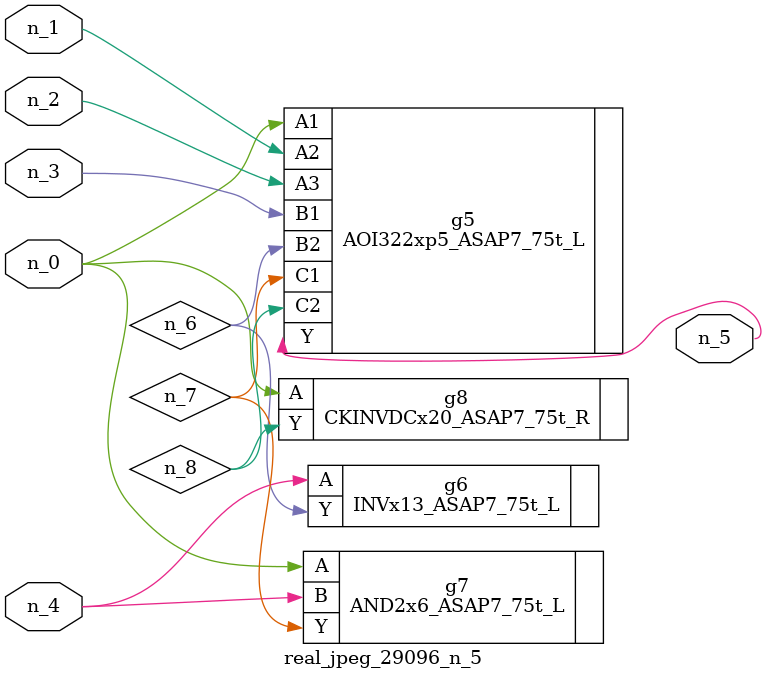
<source format=v>
module real_jpeg_29096_n_5 (n_4, n_0, n_1, n_2, n_3, n_5);

input n_4;
input n_0;
input n_1;
input n_2;
input n_3;

output n_5;

wire n_8;
wire n_6;
wire n_7;

AOI322xp5_ASAP7_75t_L g5 ( 
.A1(n_0),
.A2(n_1),
.A3(n_2),
.B1(n_3),
.B2(n_6),
.C1(n_7),
.C2(n_8),
.Y(n_5)
);

AND2x6_ASAP7_75t_L g7 ( 
.A(n_0),
.B(n_4),
.Y(n_7)
);

CKINVDCx20_ASAP7_75t_R g8 ( 
.A(n_0),
.Y(n_8)
);

INVx13_ASAP7_75t_L g6 ( 
.A(n_4),
.Y(n_6)
);


endmodule
</source>
